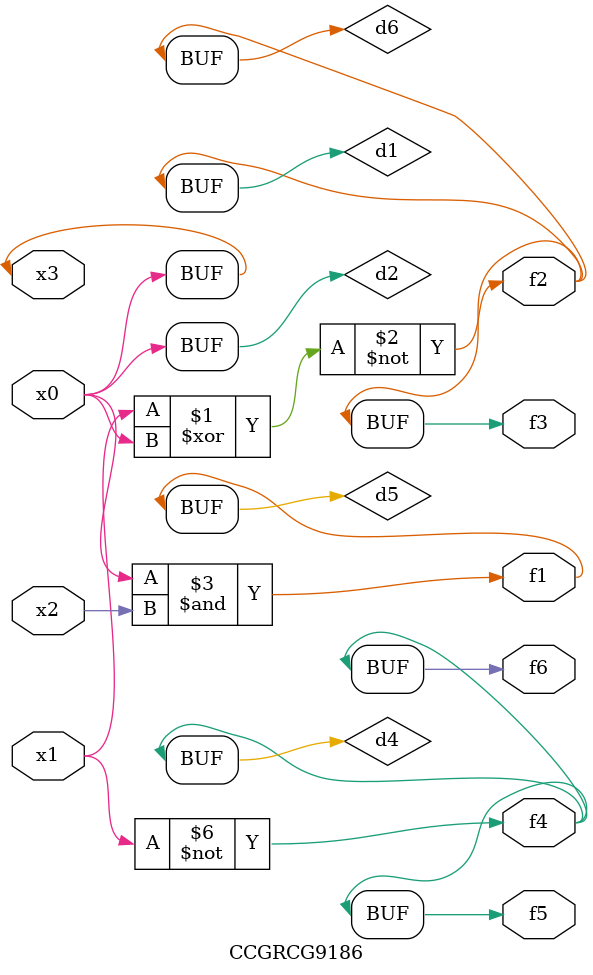
<source format=v>
module CCGRCG9186(
	input x0, x1, x2, x3,
	output f1, f2, f3, f4, f5, f6
);

	wire d1, d2, d3, d4, d5, d6;

	xnor (d1, x1, x3);
	buf (d2, x0, x3);
	nand (d3, x0, x2);
	not (d4, x1);
	nand (d5, d3);
	or (d6, d1);
	assign f1 = d5;
	assign f2 = d6;
	assign f3 = d6;
	assign f4 = d4;
	assign f5 = d4;
	assign f6 = d4;
endmodule

</source>
